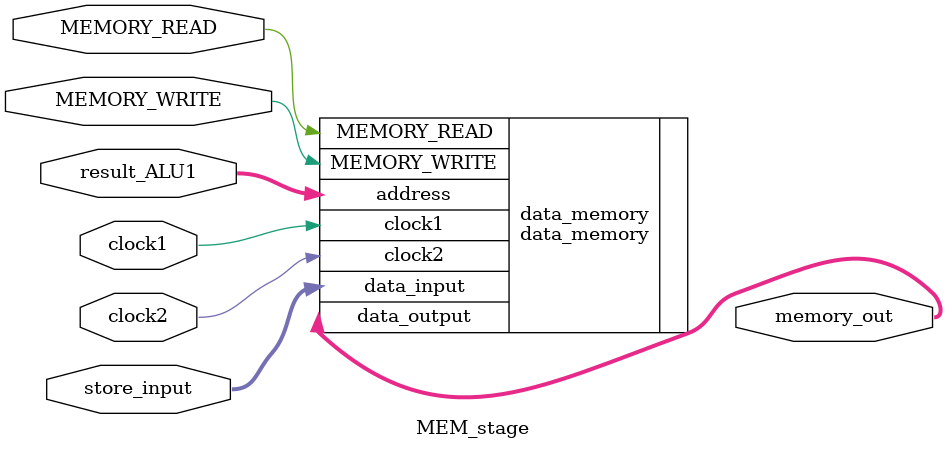
<source format=v>
module MEM_stage (clock1, clock2, result_ALU1, store_input, memory_out, MEMORY_READ, MEMORY_WRITE);

    input clock1, clock2, MEMORY_READ, MEMORY_WRITE;
    input [31:0] result_ALU1, store_input;
    output [31:0] memory_out;

    data_memory data_memory(
        .clock1 (clock1), 
        .clock2 (clock2), 
        .address (result_ALU1), 
        .data_input (store_input), 
        .data_output (memory_out), 
        .MEMORY_READ (MEMORY_READ), 
        .MEMORY_WRITE (MEMORY_WRITE)
    );


endmodule

</source>
